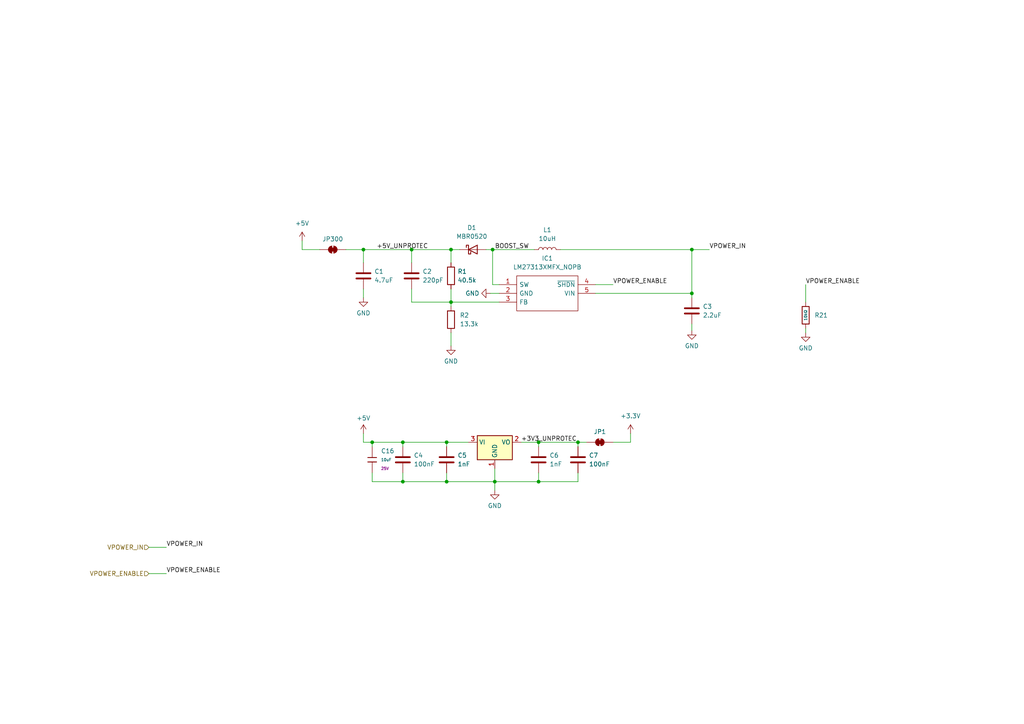
<source format=kicad_sch>
(kicad_sch (version 20250114) (generator "eeschema") (generator_version "9.0")
  (paper "A4")
  (lib_symbols
    (symbol "Device:C" (pin_numbers (hide yes)) (pin_names (offset 0.254))
      (property "Reference" "C" (at 0.635 2.54 0))
      (property "Value" "C" (at 0.635 -2.54 0))
      (symbol "C_0_1"
        (polyline (pts (xy -2.032 0.762) (xy 2.032 0.762)) (stroke (width 0.508)))
        (polyline (pts (xy -2.032 -0.762) (xy 2.032 -0.762)) (stroke (width 0.508)))
      )
      (symbol "C_1_1"
        (pin passive line (at 0 3.81 270) (length 2.794) (name "~") (number "1"))
        (pin passive line (at 0 -3.81 90) (length 2.794) (name "~") (number "2"))
      )
    )
    (symbol "Device:D_Schottky" (pin_numbers (hide yes)) (pin_names (offset 1.016) (hide yes))
      (property "Reference" "D" (at 0 2.54 0))
      (property "Value" "D_Schottky" (at 0 -2.54 0))
      (symbol "D_Schottky_0_1"
        (polyline (pts (xy -1.905 0.635) (xy -1.905 1.27) (xy -1.27 1.27) (xy -1.27 -1.27) (xy -0.635 -1.27) (xy -0.635 -0.635)) (stroke (width 0.254)))
        (polyline (pts (xy 1.27 1.27) (xy 1.27 -1.27) (xy -1.27 0) (xy 1.27 1.27)) (stroke (width 0.254)))
        (polyline (pts (xy 1.27 0) (xy -1.27 0)))
      )
      (symbol "D_Schottky_1_1"
        (pin passive line (at -3.81 0 0) (length 2.54) (name "K") (number "1"))
        (pin passive line (at 3.81 0 180) (length 2.54) (name "A") (number "2"))
      )
    )
    (symbol "Device:L" (pin_numbers (hide yes)) (pin_names (offset 1.016) (hide yes))
      (property "Reference" "L" (at -1.27 0 90))
      (property "Value" "L" (at 1.905 0 90))
      (symbol "L_0_1"
        (arc (start 0 2.54) (mid 0.6323 1.905) (end 0 1.27))
        (arc (start 0 1.27) (mid 0.6323 0.635) (end 0 0))
        (arc (start 0 0) (mid 0.6323 -0.635) (end 0 -1.27))
        (arc (start 0 -1.27) (mid 0.6323 -1.905) (end 0 -2.54))
      )
      (symbol "L_1_1"
        (pin passive line (at 0 3.81 270) (length 1.27) (name "1") (number "1"))
        (pin passive line (at 0 -3.81 90) (length 1.27) (name "2") (number "2"))
      )
    )
    (symbol "Device:R" (pin_numbers (hide yes)) (pin_names (offset 0))
      (property "Reference" "R" (at 2.032 0 90))
      (property "Value" "R" (at 0 0 90))
      (symbol "R_0_1"
        (rectangle (start -1.016 -2.54) (end 1.016 2.54) (stroke (width 0.254)))
      )
      (symbol "R_1_1"
        (pin passive line (at 0 3.81 270) (length 1.27) (name "~") (number "1"))
        (pin passive line (at 0 -3.81 90) (length 1.27) (name "~") (number "2"))
      )
    )
    (symbol "Jumper:SolderJumper_2_Bridged" (pin_numbers (hide yes)) (pin_names (offset 0) (hide yes)) (exclude_from_sim yes) (in_bom no)
      (property "Reference" "JP" (at 0 2.032 0))
      (property "Value" "SolderJumper_2_Bridged" (at 0 -2.54 0))
      (symbol "SolderJumper_2_Bridged_0_1"
        (rectangle (start -0.508 0.508) (end 0.508 -0.508) (fill (type outline)))
        (polyline (pts (xy -0.254 1.016) (xy -0.254 -1.016)))
        (arc (start -0.254 -1.016) (mid -1.2656 0) (end -0.254 1.016))
        (arc (start -0.254 -1.016) (mid -1.2656 0) (end -0.254 1.016) (fill (type outline)))
        (arc (start 0.254 1.016) (mid 1.2656 0) (end 0.254 -1.016))
        (arc (start 0.254 1.016) (mid 1.2656 0) (end 0.254 -1.016) (fill (type outline)))
        (polyline (pts (xy 0.254 1.016) (xy 0.254 -1.016)))
      )
      (symbol "SolderJumper_2_Bridged_1_1"
        (pin passive line (at -3.81 0 0) (length 2.54) (name "A") (number "1"))
        (pin passive line (at 3.81 0 180) (length 2.54) (name "B") (number "2"))
      )
    )
    (symbol "LM27313XMFX_NOPB:LM27313XMFX_NOPB" (pin_names (offset 0.762))
      (property "Reference" "IC" (at 24.13 7.62 0))
      (property "Value" "LM27313XMFX_NOPB" (at 24.13 5.08 0))
      (symbol "LM27313XMFX_NOPB_0_0"
        (pin passive line (at 0 0 0) (length 5.08) (name "SW") (number "1"))
        (pin passive line (at 0 -2.54 0) (length 5.08) (name "GND") (number "2"))
        (pin passive line (at 0 -5.08 0) (length 5.08) (name "FB") (number "3"))
        (pin passive line (at 27.94 0 180) (length 5.08) (name "~{SHDN}") (number "4"))
        (pin passive line (at 27.94 -2.54 180) (length 5.08) (name "VIN") (number "5"))
      )
      (symbol "LM27313XMFX_NOPB_0_1"
        (polyline (pts (xy 5.08 2.54) (xy 22.86 2.54) (xy 22.86 -7.62) (xy 5.08 -7.62) (xy 5.08 2.54)) (stroke (width 0.1524)))
      )
    )
    (symbol "PCM_JLCPCB-Capacitors:0603,10uF,(2)" (pin_numbers (hide yes)) (pin_names (offset 0))
      (property "Reference" "C" (at 2.032 1.668 0))
      (property "Value" "10uF" (at 2.032 -0.3782 0))
      (property "Voltage Rated" "25V" (at 2.032 -2.0462 0))
      (symbol "0603,10uF,(2)_0_1"
        (polyline (pts (xy -1.27 0.635) (xy 1.27 0.635)) (stroke (width 0.254)))
        (polyline (pts (xy -1.27 -0.635) (xy 1.27 -0.635)) (stroke (width 0.254)))
      )
      (symbol "0603,10uF,(2)_1_1"
        (pin passive line (at 0 3.81 270) (length 3.175) (name "~") (number "1"))
        (pin passive line (at 0 -3.81 90) (length 3.175) (name "~") (number "2"))
      )
    )
    (symbol "PCM_JLCPCB-Resistors:0603,10kΩ" (pin_numbers (hide yes)) (pin_names (offset 0))
      (property "Reference" "R" (at 1.778 0 0))
      (property "Value" "10kΩ" (at 0 0 90))
      (symbol "0603,10kΩ_0_1"
        (rectangle (start -1.016 2.54) (end 1.016 -2.54) (stroke (width 0.254)))
      )
      (symbol "0603,10kΩ_1_1"
        (pin passive line (at 0 3.81 270) (length 1.27) (name "~") (number "1"))
        (pin passive line (at 0 -3.81 90) (length 1.27) (name "~") (number "2"))
      )
    )
    (symbol "Regulator_Linear:AMS1117-3.3"
      (property "Reference" "U" (at -3.81 3.175 0))
      (property "Value" "AMS1117-3.3" (at 0 3.175 0))
      (symbol "AMS1117-3.3_0_1"
        (rectangle (start -5.08 -5.08) (end 5.08 1.905) (stroke (width 0.254)) (fill (type background)))
      )
      (symbol "AMS1117-3.3_1_1"
        (pin power_in line (at -7.62 0 0) (length 2.54) (name "VI") (number "3"))
        (pin power_in line (at 0 -7.62 90) (length 2.54) (name "GND") (number "1"))
        (pin power_out line (at 7.62 0 180) (length 2.54) (name "VO") (number "2"))
      )
    )
    (symbol "power:+3.3V" (power) (pin_names (offset 0))
      (property "Value" "+3.3V" (at 0 3.556 0))
      (symbol "+3.3V_0_1"
        (polyline (pts (xy -0.762 1.27) (xy 0 2.54)))
        (polyline (pts (xy 0 2.54) (xy 0.762 1.27)))
        (polyline (pts (xy 0 0) (xy 0 2.54)))
      )
      (symbol "+3.3V_1_1"
        (pin power_in line (at 0 0 90) (length 0) (hide yes) (name "+3.3V") (number "1"))
      )
    )
    (symbol "power:+5V" (power) (pin_names (offset 0))
      (property "Value" "+5V" (at 0 3.556 0))
      (symbol "+5V_0_1"
        (polyline (pts (xy -0.762 1.27) (xy 0 2.54)))
        (polyline (pts (xy 0 2.54) (xy 0.762 1.27)))
        (polyline (pts (xy 0 0) (xy 0 2.54)))
      )
      (symbol "+5V_1_1"
        (pin power_in line (at 0 0 90) (length 0) (hide yes) (name "+5V") (number "1"))
      )
    )
    (symbol "power:GND" (power) (pin_names (offset 0))
      (property "Value" "GND" (at 0 -3.81 0))
      (symbol "GND_0_1"
        (polyline (pts (xy 0 0) (xy 0 -1.27) (xy 1.27 -1.27) (xy 0 -2.54) (xy -1.27 -1.27) (xy 0 -1.27)))
      )
      (symbol "GND_1_1"
        (pin power_in line (at 0 0 270) (length 0) (hide yes) (name "GND") (number "1"))
      )
    )
  )
  (junction (at 119.38 72.39))
  (junction (at 156.21 128.27))
  (junction (at 129.54 128.27))
  (junction (at 167.64 128.27))
  (junction (at 130.81 87.63))
  (junction (at 200.66 72.39))
  (junction (at 107.95 128.27))
  (junction (at 116.84 128.27))
  (junction (at 130.81 72.39))
  (junction (at 142.875 72.39))
  (junction (at 116.84 139.7))
  (junction (at 156.21 139.7))
  (junction (at 143.51 139.7))
  (junction (at 200.66 85.09))
  (junction (at 105.41 72.39))
  (junction (at 129.54 139.7))
  (wire (pts (xy 105.41 83.82) (xy 105.41 86.36)))
  (wire (pts (xy 177.8 82.55) (xy 172.72 82.55)))
  (wire (pts (xy 143.51 135.89) (xy 143.51 139.7)))
  (wire (pts (xy 233.68 95.25) (xy 233.68 96.52)))
  (wire (pts (xy 129.54 139.7) (xy 143.51 139.7)))
  (wire (pts (xy 130.81 87.63) (xy 144.78 87.63)))
  (wire (pts (xy 130.81 83.82) (xy 130.81 87.63)))
  (wire (pts (xy 143.51 139.7) (xy 156.21 139.7)))
  (wire (pts (xy 167.64 128.27) (xy 170.18 128.27)))
  (wire (pts (xy 105.41 128.27) (xy 107.95 128.27)))
  (wire (pts (xy 182.88 128.27) (xy 177.8 128.27)))
  (wire (pts (xy 156.21 137.16) (xy 156.21 139.7)))
  (wire (pts (xy 129.54 128.27) (xy 135.89 128.27)))
  (wire (pts (xy 107.95 128.27) (xy 116.84 128.27)))
  (wire (pts (xy 156.21 128.27) (xy 167.64 128.27)))
  (wire (pts (xy 107.95 128.27) (xy 107.95 129.54)))
  (wire (pts (xy 119.38 87.63) (xy 130.81 87.63)))
  (wire (pts (xy 119.38 76.2) (xy 119.38 72.39)))
  (wire (pts (xy 105.41 72.39) (xy 105.41 76.2)))
  (wire (pts (xy 233.68 82.55) (xy 233.68 87.63)))
  (wire (pts (xy 142.875 72.39) (xy 142.875 82.55)))
  (wire (pts (xy 87.63 69.85) (xy 87.63 72.39)))
  (wire (pts (xy 200.66 85.09) (xy 172.72 85.09)))
  (wire (pts (xy 87.63 72.39) (xy 92.71 72.39)))
  (wire (pts (xy 200.66 72.39) (xy 200.66 85.09)))
  (wire (pts (xy 48.26 166.37) (xy 43.18 166.37)))
  (wire (pts (xy 143.51 139.7) (xy 143.51 142.24)))
  (wire (pts (xy 119.38 72.39) (xy 130.81 72.39)))
  (wire (pts (xy 130.81 88.9) (xy 130.81 87.63)))
  (wire (pts (xy 130.81 96.52) (xy 130.81 100.33)))
  (wire (pts (xy 105.41 125.73) (xy 105.41 128.27)))
  (wire (pts (xy 162.56 72.39) (xy 200.66 72.39)))
  (wire (pts (xy 116.84 139.7) (xy 129.54 139.7)))
  (wire (pts (xy 142.24 85.09) (xy 144.78 85.09)))
  (wire (pts (xy 129.54 137.16) (xy 129.54 139.7)))
  (wire (pts (xy 107.95 139.7) (xy 116.84 139.7)))
  (wire (pts (xy 119.38 83.82) (xy 119.38 87.63)))
  (wire (pts (xy 167.64 128.27) (xy 167.64 129.54)))
  (wire (pts (xy 100.33 72.39) (xy 105.41 72.39)))
  (wire (pts (xy 116.84 129.54) (xy 116.84 128.27)))
  (wire (pts (xy 167.64 139.7) (xy 167.64 137.16)))
  (wire (pts (xy 105.41 72.39) (xy 119.38 72.39)))
  (wire (pts (xy 130.81 72.39) (xy 133.35 72.39)))
  (wire (pts (xy 48.26 158.75) (xy 43.18 158.75)))
  (wire (pts (xy 129.54 128.27) (xy 129.54 129.54)))
  (wire (pts (xy 130.81 76.2) (xy 130.81 72.39)))
  (wire (pts (xy 200.66 72.39) (xy 205.74 72.39)))
  (wire (pts (xy 151.13 128.27) (xy 156.21 128.27)))
  (wire (pts (xy 140.97 72.39) (xy 142.875 72.39)))
  (wire (pts (xy 182.88 125.73) (xy 182.88 128.27)))
  (wire (pts (xy 200.66 93.98) (xy 200.66 95.885)))
  (wire (pts (xy 116.84 137.16) (xy 116.84 139.7)))
  (wire (pts (xy 142.875 82.55) (xy 144.78 82.55)))
  (wire (pts (xy 116.84 128.27) (xy 129.54 128.27)))
  (wire (pts (xy 156.21 139.7) (xy 167.64 139.7)))
  (wire (pts (xy 154.94 72.39) (xy 142.875 72.39)))
  (wire (pts (xy 200.66 85.09) (xy 200.66 86.36)))
  (wire (pts (xy 156.21 128.27) (xy 156.21 129.54)))
  (wire (pts (xy 107.95 137.16) (xy 107.95 139.7)))
  (label "+3V3_UNPROTEC" (at 151.13 128.27 0))
  (label "VPOWER_ENABLE" (at 233.68 82.55 0))
  (label "VPOWER_ENABLE" (at 48.26 166.37 0))
  (label "VPOWER_IN" (at 205.74 72.39 0))
  (label "VPOWER_IN" (at 48.26 158.75 0))
  (label "+5V_UNPROTEC" (at 109.22 72.39 0))
  (label "BOOST_SW" (at 143.51 72.39 0))
  (label "VPOWER_ENABLE" (at 177.8 82.55 0))
  (hierarchical_label "VPOWER_IN" (shape input) (at 43.18 158.75 180))
  (hierarchical_label "VPOWER_ENABLE" (shape input) (at 43.18 166.37 180))
  (symbol (lib_id "power:+3.3V") (at 182.88 125.73 0) (unit 1)
    (property "Reference" "#PWR08" (effects (hide yes)))
    (property "Value" "+3.3V" (at 182.88 120.65 0))
  )
  (symbol (lib_id "power:GND") (at 200.66 95.885 0) (unit 1)
    (property "Reference" "#PWR05" (effects (hide yes)))
    (property "Value" "GND" (at 200.66 100.33 0))
  )
  (symbol (lib_id "Device:C") (at 129.54 133.35 0) (unit 1)
    (property "Reference" "C5" (at 132.715 132.08 0) (effects (justify left)))
    (property "Value" "1nF" (at 132.715 134.62 0) (effects (justify left)))
    (property "Footprint" "Capacitor_SMD:C_0603_1608Metric" (effects (hide yes)))
    (property "LCSC" "C1588" (effects (hide yes)))
  )
  (symbol (lib_id "Device:C") (at 200.66 90.17 0) (unit 1)
    (property "Reference" "C3" (at 203.835 88.9 0) (effects (justify left)))
    (property "Value" "2.2uF" (at 203.835 91.44 0) (effects (justify left)))
    (property "Footprint" "Capacitor_SMD:C_0603_1608Metric" (effects (hide yes)))
    (property "LCSC" "C23630" (effects (hide yes)))
  )
  (symbol (lib_id "Regulator_Linear:AMS1117-3.3") (at 143.51 128.27 0) (unit 1)
    (property "Reference" "U1" (effects (hide yes)))
    (property "Value" "AMS1117-3.3" (effects (hide yes)))
    (property "Footprint" "Package_TO_SOT_SMD:SOT-223-3_TabPin2" (effects (hide yes)))
    (property "Datasheet" "http://www.advanced-monolithic.com/pdf/ds1117.pdf" (effects (hide yes)))
    (property "LCSC" "C6186" (effects (hide yes)))
  )
  (symbol (lib_id "Device:C") (at 119.38 80.01 180) (unit 1)
    (property "Reference" "C2" (at 122.555 78.74 0) (effects (justify right)))
    (property "Value" "220pF" (at 122.555 81.28 0) (effects (justify right)))
    (property "Footprint" "Capacitor_SMD:C_0603_1608Metric" (effects (hide yes)))
    (property "LCSC" "C1603" (effects (hide yes)))
  )
  (symbol (lib_id "power:+5V") (at 87.63 69.85 0) (unit 1)
    (property "Reference" "#PWR01" (effects (hide yes)))
    (property "Value" "+5V" (at 87.63 64.77 0))
  )
  (symbol (lib_id "power:GND") (at 143.51 142.24 0) (unit 1)
    (property "Reference" "#PWR07" (effects (hide yes)))
    (property "Value" "GND" (at 143.51 146.685 0))
  )
  (symbol (lib_id "Device:L") (at 158.75 72.39 90) (unit 1)
    (property "Reference" "L1" (at 158.75 66.675 90))
    (property "Value" "10uH" (at 158.75 69.215 90))
    (property "Footprint" "Inductor_SMD:L_Cenker_CKCS4018" (effects (hide yes)))
    (property "LCSC" "C1035" (effects (hide yes)))
  )
  (symbol (lib_id "Jumper:SolderJumper_2_Bridged") (at 96.52 72.39 0) (unit 1)
    (property "Reference" "JP300" (at 96.52 69.342 0))
    (property "Value" "SolderJumper_2_Bridged" (effects (hide yes)))
    (property "Footprint" "Jumper:SolderJumper-2_P1.3mm_Open_TrianglePad1.0x1.5mm" (effects (hide yes)))
    (property "Description" "Solder Jumper, 2-pole, closed/bridged" (effects (hide yes)))
  )
  (symbol (lib_id "PCM_JLCPCB-Capacitors:0603,10uF,(2)") (at 107.95 133.35 0) (unit 1)
    (property "Reference" "C16" (at 110.49 130.8099 0) (effects (justify left)))
    (property "Value" "10uF" (at 110.49 133.35 0) (effects (font (size 0.8 0.8)) (justify left)))
    (property "Footprint" "PCM_JLCPCB:C_0603" (effects (hide yes)))
    (property "Datasheet" "https://www.lcsc.com/datasheet/lcsc_datasheet_2304140030_Samsung-Electro-Mechanics-CL10A106MA8NRNC_C96446.pdf" (effects (hide yes)))
    (property "Description" "25V 10uF X5R ±20% 0603 Multilayer Ceramic Capacitors MLCC - SMD/SMT ROHS" (effects (hide yes)))
    (property "LCSC" "C96446" (effects (hide yes)))
    (property "Stock" "4381331" (effects (hide yes)))
    (property "Price" "0.021USD" (effects (hide yes)))
    (property "Process" "SMT" (effects (hide yes)))
    (property "Minimum Qty" "20" (effects (hide yes)))
    (property "Attrition Qty" "8" (effects (hide yes)))
    (property "Class" "Basic Component" (effects (hide yes)))
    (property "Category" "Capacitors,Multilayer Ceramic Capacitors MLCC - SMD/SMT" (effects (hide yes)))
    (property "Manufacturer" "Samsung Electro-Mechanics" (effects (hide yes)))
    (property "Part" "CL10A106MA8NRNC" (effects (hide yes)))
    (property "Voltage Rated" "25V" (at 110.49 135.89 0) (effects (font (size 0.8 0.8)) (justify left)))
    (property "Tolerance" "±20%" (effects (hide yes)))
    (property "Capacitance" "10uF" (effects (hide yes)))
    (property "Temperature Coefficient" "X5R" (effects (hide yes)))
  )
  (symbol (lib_id "Device:R") (at 130.81 80.01 0) (unit 1)
    (property "Reference" "R1" (at 132.715 78.74 0) (effects (justify left)))
    (property "Value" "40.5k" (at 132.715 81.28 0) (effects (justify left)))
    (property "Footprint" "Resistor_SMD:R_0603_1608Metric" (effects (hide yes)))
    (property "LCSC" "C12447" (effects (hide yes)))
  )
  (symbol (lib_id "power:GND") (at 142.24 85.09 270) (unit 1)
    (property "Reference" "#PWR04" (effects (hide yes)))
    (property "Value" "GND" (at 139.065 85.09 90) (effects (justify right)))
  )
  (symbol (lib_id "Device:C") (at 105.41 80.01 0) (unit 1)
    (property "Reference" "C1" (at 108.585 78.74 0) (effects (justify left)))
    (property "Value" "4.7uF" (at 108.585 81.28 0) (effects (justify left)))
    (property "Footprint" "Capacitor_SMD:C_0603_1608Metric" (effects (hide yes)))
    (property "LCSC" "C19666" (effects (hide yes)))
  )
  (symbol (lib_id "Device:C") (at 116.84 133.35 0) (unit 1)
    (property "Reference" "C4" (at 120.015 132.08 0) (effects (justify left)))
    (property "Value" "100nF" (at 120.015 134.62 0) (effects (justify left)))
    (property "Footprint" "Capacitor_SMD:C_0603_1608Metric" (effects (hide yes)))
    (property "LCSC" "C14663" (effects (hide yes)))
  )
  (symbol (lib_id "LM27313XMFX_NOPB:LM27313XMFX_NOPB") (at 144.78 82.55 0) (unit 1)
    (property "Reference" "IC1" (at 158.75 74.93 0))
    (property "Value" "LM27313XMFX_NOPB" (at 158.75 77.47 0))
    (property "Footprint" "Package_TO_SOT_SMD:SOT-23-5" (effects (hide yes)))
    (property "Datasheet" "http://www.ti.com/lit/ds/symlink/lm27313.pdf" (effects (hide yes)))
    (property "Description" "TEXAS INSTRUMENTS - LM27313XMFX/NOPB - DC/DC CONV, BUCK, 1.6MHZ, SOT-23" (effects (hide yes)))
    (property "Height" "1.45" (effects (hide yes)))
    (property "Manufacturer_Name" "Texas Instruments" (effects (hide yes)))
    (property "Manufacturer_Part_Number" "LM27313XMFX/NOPB" (effects (hide yes)))
    (property "Mouser Part Number" "926-LM27313XMFX/NOPB" (effects (hide yes)))
    (property "Mouser Price/Stock" "https://www.mouser.co.uk/ProductDetail/Texas-Instruments/LM27313XMFX-NOPB?qs=X1J7HmVL2ZECrxY19az0pg%3D%3D" (effects (hide yes)))
    (property "Arrow Part Number" "LM27313XMFX/NOPB" (effects (hide yes)))
    (property "Arrow Price/Stock" "https://www.arrow.com/en/products/lm27313xmfxnopb/texas-instruments?region=nac" (effects (hide yes)))
    (property "LCSC" "C341750" (effects (hide yes)))
  )
  (symbol (lib_id "power:+5V") (at 105.41 125.73 0) (unit 1)
    (property "Reference" "#PWR06" (effects (hide yes)))
    (property "Value" "+5V" (at 105.41 121.285 0))
  )
  (symbol (lib_id "PCM_JLCPCB-Resistors:0603,10kΩ") (at 233.68 91.44 0) (unit 1)
    (property "Reference" "R21" (at 236.22 91.4399 0) (effects (justify left)))
    (property "Value" "10kΩ" (at 233.68 91.44 90) (effects (font (size 0.8 0.8))))
    (property "Footprint" "PCM_JLCPCB:R_0603" (effects (hide yes)))
    (property "Datasheet" "https://www.lcsc.com/datasheet/lcsc_datasheet_2206010045_UNI-ROYAL-Uniroyal-Elec-0603WAF1002T5E_C25804.pdf" (effects (hide yes)))
    (property "Description" "100mW Thick Film Resistors 75V ±100ppm/°C ±1% 10kΩ 0603 Chip Resistor - Surface Mount ROHS" (effects (hide yes)))
    (property "LCSC" "C25804" (effects (hide yes)))
    (property "Stock" "29038958" (effects (hide yes)))
    (property "Price" "0.004USD" (effects (hide yes)))
    (property "Process" "SMT" (effects (hide yes)))
    (property "Minimum Qty" "20" (effects (hide yes)))
    (property "Attrition Qty" "10" (effects (hide yes)))
    (property "Class" "Basic Component" (effects (hide yes)))
    (property "Category" "Resistors,Chip Resistor - Surface Mount" (effects (hide yes)))
    (property "Manufacturer" "UNI-ROYAL(Uniroyal Elec)" (effects (hide yes)))
    (property "Part" "0603WAF1002T5E" (effects (hide yes)))
    (property "Resistance" "10kΩ" (effects (hide yes)))
    (property "Power(Watts)" "100mW" (effects (hide yes)))
    (property "Type" "Thick Film Resistors" (effects (hide yes)))
    (property "Overload Voltage (Max)" "75V" (effects (hide yes)))
    (property "Operating Temperature Range" "-55°C~+155°C" (effects (hide yes)))
    (property "Tolerance" "±1%" (effects (hide yes)))
    (property "Temperature Coefficient" "±100ppm/°C" (effects (hide yes)))
  )
  (symbol (lib_id "power:GND") (at 130.81 100.33 0) (unit 1)
    (property "Reference" "#PWR03" (effects (hide yes)))
    (property "Value" "GND" (at 130.81 104.775 0))
  )
  (symbol (lib_id "Jumper:SolderJumper_2_Bridged") (at 173.99 128.27 0) (unit 1)
    (property "Reference" "JP1" (at 173.99 125.222 0))
    (property "Value" "SolderJumper_2_Bridged" (effects (hide yes)))
    (property "Footprint" "Jumper:SolderJumper-2_P1.3mm_Open_TrianglePad1.0x1.5mm" (effects (hide yes)))
    (property "Description" "Solder Jumper, 2-pole, closed/bridged" (effects (hide yes)))
  )
  (symbol (lib_id "Device:C") (at 167.64 133.35 0) (unit 1)
    (property "Reference" "C7" (at 170.815 132.08 0) (effects (justify left)))
    (property "Value" "100nF" (at 170.815 134.62 0) (effects (justify left)))
    (property "Footprint" "Capacitor_SMD:C_0603_1608Metric" (effects (hide yes)))
    (property "LCSC" "C14663" (effects (hide yes)))
  )
  (symbol (lib_id "power:GND") (at 233.68 96.52 0) (unit 1)
    (property "Reference" "#PWR042" (effects (hide yes)))
    (property "Value" "GND" (at 233.68 100.965 0))
  )
  (symbol (lib_id "Device:D_Schottky") (at 137.16 72.39 0) (unit 1)
    (property "Reference" "D1" (at 136.8425 66.04 0))
    (property "Value" "MBR0520" (at 136.8425 68.58 0))
    (property "Footprint" "Diode_SMD:D_0603_1608Metric" (effects (hide yes)))
    (property "LCSC" "C2858712" (effects (hide yes)))
  )
  (symbol (lib_id "Device:R") (at 130.81 92.71 180) (unit 1)
    (property "Reference" "R2" (at 133.35 91.4399 0) (effects (justify right)))
    (property "Value" "13.3k" (at 133.35 93.9799 0) (effects (justify right)))
    (property "Footprint" "Resistor_SMD:R_0603_1608Metric" (effects (hide yes)))
    (property "LCSC" "C25952" (effects (hide yes)))
  )
  (symbol (lib_id "Device:C") (at 156.21 133.35 0) (unit 1)
    (property "Reference" "C6" (at 159.385 132.08 0) (effects (justify left)))
    (property "Value" "1nF" (at 159.385 134.62 0) (effects (justify left)))
    (property "Footprint" "Capacitor_SMD:C_0603_1608Metric" (effects (hide yes)))
    (property "LCSC" "C1588" (effects (hide yes)))
  )
  (symbol (lib_id "power:GND") (at 105.41 86.36 0) (unit 1)
    (property "Reference" "#PWR02" (effects (hide yes)))
    (property "Value" "GND" (at 105.41 90.805 0))
  )
)
</source>
